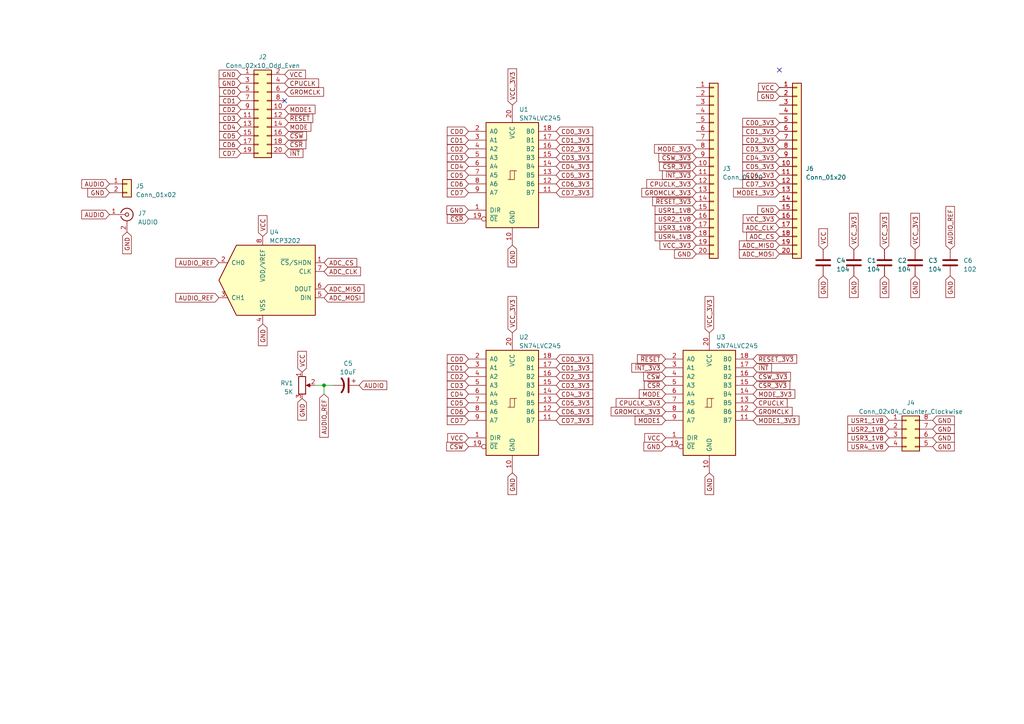
<source format=kicad_sch>
(kicad_sch (version 20230121) (generator eeschema)
  (paper "A4")
  (lib_symbols
    (symbol "Analog_ADC:MCP3202" (pin_names (offset 1.016))
      (property "Reference" "U" (at -6.35 11.43 0))
      (property "Value" "MCP3202" (at 11.43 11.43 0))
      (symbol "MCP3202_0_1"
        (polyline (pts (xy 15.24 10.16) (xy -7.62 10.16) (xy -12.7 0) (xy -7.62 -10.16) (xy 15.24 -10.16) (xy 15.24 10.16)) (stroke (width 0.254)) (fill (type background)))
      )
      (symbol "MCP3202_1_1"
        (pin input line (at 17.78 5.08 180) (length 2.54) (name "~{CS}/SHDN") (number "1"))
        (pin passive line (at -12.7 5.08 0) (length 2.54) (name "CH0") (number "2"))
        (pin passive line (at -12.7 -5.08 0) (length 2.54) (name "CH1") (number "3"))
        (pin power_in line (at 0 -12.7 90) (length 2.54) (name "VSS") (number "4"))
        (pin input line (at 17.78 -5.08 180) (length 2.54) (name "DIN") (number "5"))
        (pin output line (at 17.78 -2.54 180) (length 2.54) (name "DOUT") (number "6"))
        (pin input line (at 17.78 2.54 180) (length 2.54) (name "CLK") (number "7"))
        (pin power_in line (at 0 12.7 270) (length 2.54) (name "VDD/VREF") (number "8"))
      )
    )
    (symbol "Connector:Conn_Coaxial" (pin_names (offset 1.016) hide)
      (property "Reference" "J" (at 0.254 3.048 0))
      (property "Value" "Conn_Coaxial" (at 2.921 0 90))
      (symbol "Conn_Coaxial_0_1"
        (arc (start -1.778 -0.508) (mid 0.2311 -1.8066) (end 1.778 0) (stroke (width 0.254)))
        (polyline (pts (xy -2.54 0) (xy -0.508 0)))
        (polyline (pts (xy 0 -2.54) (xy 0 -1.778)))
        (circle (center 0 0) (radius 0.508) (stroke (width 0.2032)))
        (arc (start 1.778 0) (mid 0.2099 1.8101) (end -1.778 0.508) (stroke (width 0.254)))
      )
      (symbol "Conn_Coaxial_1_1"
        (pin passive line (at -5.08 0 0) (length 2.54) (name "In") (number "1"))
        (pin passive line (at 0 -5.08 90) (length 2.54) (name "Ext") (number "2"))
      )
    )
    (symbol "Connector_Generic:Conn_01x02" (pin_names (offset 1.016) hide)
      (property "Reference" "J" (at 0 2.54 0))
      (property "Value" "Conn_01x02" (at 0 -5.08 0))
      (symbol "Conn_01x02_1_1"
        (rectangle (start -1.27 -2.413) (end 0 -2.667) (stroke (width 0.1524)))
        (rectangle (start -1.27 0.127) (end 0 -0.127) (stroke (width 0.1524)))
        (rectangle (start -1.27 1.27) (end 1.27 -3.81) (stroke (width 0.254)) (fill (type background)))
        (pin passive line (at -5.08 0 0) (length 3.81) (name "Pin_1") (number "1"))
        (pin passive line (at -5.08 -2.54 0) (length 3.81) (name "Pin_2") (number "2"))
      )
    )
    (symbol "Connector_Generic:Conn_01x20" (pin_names (offset 1.016) hide)
      (property "Reference" "J" (at 0 25.4 0))
      (property "Value" "Conn_01x20" (at 0 -27.94 0))
      (symbol "Conn_01x20_1_1"
        (rectangle (start -1.27 -25.273) (end 0 -25.527) (stroke (width 0.1524)))
        (rectangle (start -1.27 -22.733) (end 0 -22.987) (stroke (width 0.1524)))
        (rectangle (start -1.27 -20.193) (end 0 -20.447) (stroke (width 0.1524)))
        (rectangle (start -1.27 -17.653) (end 0 -17.907) (stroke (width 0.1524)))
        (rectangle (start -1.27 -15.113) (end 0 -15.367) (stroke (width 0.1524)))
        (rectangle (start -1.27 -12.573) (end 0 -12.827) (stroke (width 0.1524)))
        (rectangle (start -1.27 -10.033) (end 0 -10.287) (stroke (width 0.1524)))
        (rectangle (start -1.27 -7.493) (end 0 -7.747) (stroke (width 0.1524)))
        (rectangle (start -1.27 -4.953) (end 0 -5.207) (stroke (width 0.1524)))
        (rectangle (start -1.27 -2.413) (end 0 -2.667) (stroke (width 0.1524)))
        (rectangle (start -1.27 0.127) (end 0 -0.127) (stroke (width 0.1524)))
        (rectangle (start -1.27 2.667) (end 0 2.413) (stroke (width 0.1524)))
        (rectangle (start -1.27 5.207) (end 0 4.953) (stroke (width 0.1524)))
        (rectangle (start -1.27 7.747) (end 0 7.493) (stroke (width 0.1524)))
        (rectangle (start -1.27 10.287) (end 0 10.033) (stroke (width 0.1524)))
        (rectangle (start -1.27 12.827) (end 0 12.573) (stroke (width 0.1524)))
        (rectangle (start -1.27 15.367) (end 0 15.113) (stroke (width 0.1524)))
        (rectangle (start -1.27 17.907) (end 0 17.653) (stroke (width 0.1524)))
        (rectangle (start -1.27 20.447) (end 0 20.193) (stroke (width 0.1524)))
        (rectangle (start -1.27 22.987) (end 0 22.733) (stroke (width 0.1524)))
        (rectangle (start -1.27 24.13) (end 1.27 -26.67) (stroke (width 0.254)) (fill (type background)))
        (pin passive line (at -5.08 22.86 0) (length 3.81) (name "Pin_1") (number "1"))
        (pin passive line (at -5.08 0 0) (length 3.81) (name "Pin_10") (number "10"))
        (pin passive line (at -5.08 -2.54 0) (length 3.81) (name "Pin_11") (number "11"))
        (pin passive line (at -5.08 -5.08 0) (length 3.81) (name "Pin_12") (number "12"))
        (pin passive line (at -5.08 -7.62 0) (length 3.81) (name "Pin_13") (number "13"))
        (pin passive line (at -5.08 -10.16 0) (length 3.81) (name "Pin_14") (number "14"))
        (pin passive line (at -5.08 -12.7 0) (length 3.81) (name "Pin_15") (number "15"))
        (pin passive line (at -5.08 -15.24 0) (length 3.81) (name "Pin_16") (number "16"))
        (pin passive line (at -5.08 -17.78 0) (length 3.81) (name "Pin_17") (number "17"))
        (pin passive line (at -5.08 -20.32 0) (length 3.81) (name "Pin_18") (number "18"))
        (pin passive line (at -5.08 -22.86 0) (length 3.81) (name "Pin_19") (number "19"))
        (pin passive line (at -5.08 20.32 0) (length 3.81) (name "Pin_2") (number "2"))
        (pin passive line (at -5.08 -25.4 0) (length 3.81) (name "Pin_20") (number "20"))
        (pin passive line (at -5.08 17.78 0) (length 3.81) (name "Pin_3") (number "3"))
        (pin passive line (at -5.08 15.24 0) (length 3.81) (name "Pin_4") (number "4"))
        (pin passive line (at -5.08 12.7 0) (length 3.81) (name "Pin_5") (number "5"))
        (pin passive line (at -5.08 10.16 0) (length 3.81) (name "Pin_6") (number "6"))
        (pin passive line (at -5.08 7.62 0) (length 3.81) (name "Pin_7") (number "7"))
        (pin passive line (at -5.08 5.08 0) (length 3.81) (name "Pin_8") (number "8"))
        (pin passive line (at -5.08 2.54 0) (length 3.81) (name "Pin_9") (number "9"))
      )
    )
    (symbol "Connector_Generic:Conn_02x04_Counter_Clockwise" (pin_names (offset 1.016) hide)
      (property "Reference" "J" (at 1.27 5.08 0))
      (property "Value" "Conn_02x04_Counter_Clockwise" (at 1.27 -7.62 0))
      (symbol "Conn_02x04_Counter_Clockwise_1_1"
        (rectangle (start -1.27 -4.953) (end 0 -5.207) (stroke (width 0.1524)))
        (rectangle (start -1.27 -2.413) (end 0 -2.667) (stroke (width 0.1524)))
        (rectangle (start -1.27 0.127) (end 0 -0.127) (stroke (width 0.1524)))
        (rectangle (start -1.27 2.667) (end 0 2.413) (stroke (width 0.1524)))
        (rectangle (start -1.27 3.81) (end 3.81 -6.35) (stroke (width 0.254)) (fill (type background)))
        (rectangle (start 3.81 -4.953) (end 2.54 -5.207) (stroke (width 0.1524)))
        (rectangle (start 3.81 -2.413) (end 2.54 -2.667) (stroke (width 0.1524)))
        (rectangle (start 3.81 0.127) (end 2.54 -0.127) (stroke (width 0.1524)))
        (rectangle (start 3.81 2.667) (end 2.54 2.413) (stroke (width 0.1524)))
        (pin passive line (at -5.08 2.54 0) (length 3.81) (name "Pin_1") (number "1"))
        (pin passive line (at -5.08 0 0) (length 3.81) (name "Pin_2") (number "2"))
        (pin passive line (at -5.08 -2.54 0) (length 3.81) (name "Pin_3") (number "3"))
        (pin passive line (at -5.08 -5.08 0) (length 3.81) (name "Pin_4") (number "4"))
        (pin passive line (at 7.62 -5.08 180) (length 3.81) (name "Pin_5") (number "5"))
        (pin passive line (at 7.62 -2.54 180) (length 3.81) (name "Pin_6") (number "6"))
        (pin passive line (at 7.62 0 180) (length 3.81) (name "Pin_7") (number "7"))
        (pin passive line (at 7.62 2.54 180) (length 3.81) (name "Pin_8") (number "8"))
      )
    )
    (symbol "Connector_Generic:Conn_02x10_Odd_Even" (pin_names (offset 1.016) hide)
      (property "Reference" "J" (at 1.27 12.7 0))
      (property "Value" "Conn_02x10_Odd_Even" (at 1.27 -15.24 0))
      (symbol "Conn_02x10_Odd_Even_1_1"
        (rectangle (start -1.27 -12.573) (end 0 -12.827) (stroke (width 0.1524)))
        (rectangle (start -1.27 -10.033) (end 0 -10.287) (stroke (width 0.1524)))
        (rectangle (start -1.27 -7.493) (end 0 -7.747) (stroke (width 0.1524)))
        (rectangle (start -1.27 -4.953) (end 0 -5.207) (stroke (width 0.1524)))
        (rectangle (start -1.27 -2.413) (end 0 -2.667) (stroke (width 0.1524)))
        (rectangle (start -1.27 0.127) (end 0 -0.127) (stroke (width 0.1524)))
        (rectangle (start -1.27 2.667) (end 0 2.413) (stroke (width 0.1524)))
        (rectangle (start -1.27 5.207) (end 0 4.953) (stroke (width 0.1524)))
        (rectangle (start -1.27 7.747) (end 0 7.493) (stroke (width 0.1524)))
        (rectangle (start -1.27 10.287) (end 0 10.033) (stroke (width 0.1524)))
        (rectangle (start -1.27 11.43) (end 3.81 -13.97) (stroke (width 0.254)) (fill (type background)))
        (rectangle (start 3.81 -12.573) (end 2.54 -12.827) (stroke (width 0.1524)))
        (rectangle (start 3.81 -10.033) (end 2.54 -10.287) (stroke (width 0.1524)))
        (rectangle (start 3.81 -7.493) (end 2.54 -7.747) (stroke (width 0.1524)))
        (rectangle (start 3.81 -4.953) (end 2.54 -5.207) (stroke (width 0.1524)))
        (rectangle (start 3.81 -2.413) (end 2.54 -2.667) (stroke (width 0.1524)))
        (rectangle (start 3.81 0.127) (end 2.54 -0.127) (stroke (width 0.1524)))
        (rectangle (start 3.81 2.667) (end 2.54 2.413) (stroke (width 0.1524)))
        (rectangle (start 3.81 5.207) (end 2.54 4.953) (stroke (width 0.1524)))
        (rectangle (start 3.81 7.747) (end 2.54 7.493) (stroke (width 0.1524)))
        (rectangle (start 3.81 10.287) (end 2.54 10.033) (stroke (width 0.1524)))
        (pin passive line (at -5.08 10.16 0) (length 3.81) (name "Pin_1") (number "1"))
        (pin passive line (at 7.62 0 180) (length 3.81) (name "Pin_10") (number "10"))
        (pin passive line (at -5.08 -2.54 0) (length 3.81) (name "Pin_11") (number "11"))
        (pin passive line (at 7.62 -2.54 180) (length 3.81) (name "Pin_12") (number "12"))
        (pin passive line (at -5.08 -5.08 0) (length 3.81) (name "Pin_13") (number "13"))
        (pin passive line (at 7.62 -5.08 180) (length 3.81) (name "Pin_14") (number "14"))
        (pin passive line (at -5.08 -7.62 0) (length 3.81) (name "Pin_15") (number "15"))
        (pin passive line (at 7.62 -7.62 180) (length 3.81) (name "Pin_16") (number "16"))
        (pin passive line (at -5.08 -10.16 0) (length 3.81) (name "Pin_17") (number "17"))
        (pin passive line (at 7.62 -10.16 180) (length 3.81) (name "Pin_18") (number "18"))
        (pin passive line (at -5.08 -12.7 0) (length 3.81) (name "Pin_19") (number "19"))
        (pin passive line (at 7.62 10.16 180) (length 3.81) (name "Pin_2") (number "2"))
        (pin passive line (at 7.62 -12.7 180) (length 3.81) (name "Pin_20") (number "20"))
        (pin passive line (at -5.08 7.62 0) (length 3.81) (name "Pin_3") (number "3"))
        (pin passive line (at 7.62 7.62 180) (length 3.81) (name "Pin_4") (number "4"))
        (pin passive line (at -5.08 5.08 0) (length 3.81) (name "Pin_5") (number "5"))
        (pin passive line (at 7.62 5.08 180) (length 3.81) (name "Pin_6") (number "6"))
        (pin passive line (at -5.08 2.54 0) (length 3.81) (name "Pin_7") (number "7"))
        (pin passive line (at 7.62 2.54 180) (length 3.81) (name "Pin_8") (number "8"))
        (pin passive line (at -5.08 0 0) (length 3.81) (name "Pin_9") (number "9"))
      )
    )
    (symbol "Device:C" (pin_numbers hide) (pin_names (offset 0.254))
      (property "Reference" "C" (at 0.635 2.54 0))
      (property "Value" "C" (at 0.635 -2.54 0))
      (symbol "C_0_1"
        (polyline (pts (xy -2.032 -0.762) (xy 2.032 -0.762)) (stroke (width 0.508)))
        (polyline (pts (xy -2.032 0.762) (xy 2.032 0.762)) (stroke (width 0.508)))
      )
      (symbol "C_1_1"
        (pin passive line (at 0 3.81 270) (length 2.794) (name "~") (number "1"))
        (pin passive line (at 0 -3.81 90) (length 2.794) (name "~") (number "2"))
      )
    )
    (symbol "Device:C_Polarized_US" (pin_numbers hide) (pin_names (offset 0.254) hide)
      (property "Reference" "C" (at 0.635 2.54 0))
      (property "Value" "C_Polarized_US" (at 0.635 -2.54 0))
      (symbol "C_Polarized_US_0_1"
        (polyline (pts (xy -2.032 0.762) (xy 2.032 0.762)) (stroke (width 0.508)))
        (polyline (pts (xy -1.778 2.286) (xy -0.762 2.286)))
        (polyline (pts (xy -1.27 1.778) (xy -1.27 2.794)))
        (arc (start 2.032 -1.27) (mid 0 -0.5572) (end -2.032 -1.27) (stroke (width 0.508)))
      )
      (symbol "C_Polarized_US_1_1"
        (pin passive line (at 0 3.81 270) (length 2.794) (name "~") (number "1"))
        (pin passive line (at 0 -3.81 90) (length 3.302) (name "~") (number "2"))
      )
    )
    (symbol "Device:R_Potentiometer" (pin_names (offset 1.016) hide)
      (property "Reference" "RV" (at -4.445 0 90))
      (property "Value" "R_Potentiometer" (at -2.54 0 90))
      (symbol "R_Potentiometer_0_1"
        (polyline (pts (xy 2.54 0) (xy 1.524 0)))
        (polyline (pts (xy 1.143 0) (xy 2.286 0.508) (xy 2.286 -0.508) (xy 1.143 0)) (fill (type outline)))
        (rectangle (start 1.016 2.54) (end -1.016 -2.54) (stroke (width 0.254)))
      )
      (symbol "R_Potentiometer_1_1"
        (pin passive line (at 0 3.81 270) (length 1.27) (name "1") (number "1"))
        (pin passive line (at 3.81 0 180) (length 1.27) (name "2") (number "2"))
        (pin passive line (at 0 -3.81 90) (length 1.27) (name "3") (number "3"))
      )
    )
    (symbol "tms9118a_sym:SN74LVC245" (pin_names (offset 1.016))
      (property "Reference" "U" (at -7.62 16.51 0))
      (property "Value" "SN74LVC245" (at 7.62 16.51 0))
      (symbol "SN74LVC245_1_0"
        (polyline (pts (xy -0.635 -1.27) (xy -0.635 1.27) (xy 0.635 1.27)))
        (polyline (pts (xy -1.27 -1.27) (xy 0.635 -1.27) (xy 0.635 1.27) (xy 1.27 1.27)))
        (pin input line (at -12.7 -10.16 0) (length 5.08) (name "DIR") (number "1"))
        (pin power_in line (at 0 -20.32 90) (length 5.08) (name "GND") (number "10"))
        (pin tri_state line (at 12.7 -5.08 180) (length 5.08) (name "B7") (number "11"))
        (pin tri_state line (at 12.7 -2.54 180) (length 5.08) (name "B6") (number "12"))
        (pin tri_state line (at 12.7 0 180) (length 5.08) (name "B5") (number "13"))
        (pin tri_state line (at 12.7 2.54 180) (length 5.08) (name "B4") (number "14"))
        (pin tri_state line (at 12.7 5.08 180) (length 5.08) (name "B3") (number "15"))
        (pin tri_state line (at 12.7 7.62 180) (length 5.08) (name "B2") (number "16"))
        (pin tri_state line (at 12.7 10.16 180) (length 5.08) (name "B1") (number "17"))
        (pin tri_state line (at 12.7 12.7 180) (length 5.08) (name "B0") (number "18"))
        (pin input inverted (at -12.7 -12.7 0) (length 5.08) (name "~{0E}") (number "19"))
        (pin tri_state line (at -12.7 12.7 0) (length 5.08) (name "A0") (number "2"))
        (pin power_in line (at 0 20.32 270) (length 5.08) (name "VCC") (number "20"))
        (pin tri_state line (at -12.7 10.16 0) (length 5.08) (name "A1") (number "3"))
        (pin tri_state line (at -12.7 7.62 0) (length 5.08) (name "A2") (number "4"))
        (pin tri_state line (at -12.7 5.08 0) (length 5.08) (name "A3") (number "5"))
        (pin tri_state line (at -12.7 2.54 0) (length 5.08) (name "A4") (number "6"))
        (pin tri_state line (at -12.7 0 0) (length 5.08) (name "A5") (number "7"))
        (pin tri_state line (at -12.7 -2.54 0) (length 5.08) (name "A6") (number "8"))
        (pin tri_state line (at -12.7 -5.08 0) (length 5.08) (name "A7") (number "9"))
      )
      (symbol "SN74LVC245_1_1"
        (rectangle (start -7.62 15.24) (end 7.62 -15.24) (stroke (width 0.254)) (fill (type background)))
      )
    )
  )
  (junction (at 93.98 111.76))
  (no_connect (at 82.55 29.21))
  (no_connect (at 226.06 20.32))
  (no_connect (at 49.53 -41.91))
  (wire (pts (xy 93.98 111.76) (xy 93.98 114.3)))
  (wire (pts (xy 96.52 111.76) (xy 93.98 111.76)))
  (wire (pts (xy 91.44 111.76) (xy 93.98 111.76)))
  (global_label "GND" (shape input) (at 270.51 127 0) (property "Intersheetrefs" "${INTERSHEET_REFS}" (effects hide)))
  (global_label "CD6" (shape input) (at 135.89 119.38 180) (property "Intersheetrefs" "${INTERSHEET_REFS}" (effects hide)))
  (global_label "CD5" (shape input) (at 135.89 116.84 180) (property "Intersheetrefs" "${INTERSHEET_REFS}" (effects hide)))
  (global_label "VCC" (shape input) (at 238.76 72.39 90) (property "Intersheetrefs" "${INTERSHEET_REFS}" (effects hide)))
  (global_label "CD7" (shape input) (at 135.89 55.88 180) (property "Intersheetrefs" "${INTERSHEET_REFS}" (effects hide)))
  (global_label "VCC_3V3" (shape input) (at 201.93 71.12 180) (property "Intersheetrefs" "${INTERSHEET_REFS}" (effects hide)))
  (global_label "CPUCLK_3V3" (shape input) (at 193.04 116.84 180) (property "Intersheetrefs" "${INTERSHEET_REFS}" (effects hide)))
  (global_label "ADC_MISO" (shape input) (at 226.06 71.12 180) (property "Intersheetrefs" "${INTERSHEET_REFS}" (effects hide)))
  (global_label "~{RESET_3V3}" (shape input) (at 201.93 58.42 180) (property "Intersheetrefs" "${INTERSHEET_REFS}" (effects hide)))
  (global_label "AUDIO_REF" (shape input) (at 275.59 72.39 90) (property "Intersheetrefs" "${INTERSHEET_REFS}" (effects hide)))
  (global_label "GND" (shape input) (at 148.59 137.16 270) (property "Intersheetrefs" "${INTERSHEET_REFS}" (effects hide)))
  (global_label "GND" (shape input) (at 69.85 24.13 180) (property "Intersheetrefs" "${INTERSHEET_REFS}" (effects hide)))
  (global_label "VCC_3V3" (shape input) (at 148.59 96.52 90) (property "Intersheetrefs" "${INTERSHEET_REFS}" (effects hide)))
  (global_label "VCC" (shape input) (at 76.2 68.58 90) (property "Intersheetrefs" "${INTERSHEET_REFS}" (effects hide)))
  (global_label "CD6_3V3" (shape input) (at 161.29 53.34 0) (property "Intersheetrefs" "${INTERSHEET_REFS}" (effects hide)))
  (global_label "AUDIO_REF" (shape input) (at 63.5 76.2 180) (property "Intersheetrefs" "${INTERSHEET_REFS}" (effects hide)))
  (global_label "ADC_MISO" (shape input) (at 93.98 83.82 0) (property "Intersheetrefs" "${INTERSHEET_REFS}" (effects hide)))
  (global_label "GND" (shape input) (at 31.75 55.88 180) (property "Intersheetrefs" "${INTERSHEET_REFS}" (effects hide)))
  (global_label "GROMCLK_3V3" (shape input) (at 201.93 55.88 180) (property "Intersheetrefs" "${INTERSHEET_REFS}" (effects hide)))
  (global_label "VCC_3V3" (shape input) (at 226.06 63.5 180) (property "Intersheetrefs" "${INTERSHEET_REFS}" (effects hide)))
  (global_label "GND" (shape input) (at 193.04 129.54 180) (property "Intersheetrefs" "${INTERSHEET_REFS}" (effects hide)))
  (global_label "MODE1" (shape input) (at 82.55 31.75 0) (property "Intersheetrefs" "${INTERSHEET_REFS}" (effects hide)))
  (global_label "~{CSR}" (shape input) (at 193.04 111.76 180) (property "Intersheetrefs" "${INTERSHEET_REFS}" (effects hide)))
  (global_label "GND" (shape input) (at 148.59 71.12 270) (property "Intersheetrefs" "${INTERSHEET_REFS}" (effects hide)))
  (global_label "CD1" (shape input) (at 69.85 29.21 180) (property "Intersheetrefs" "${INTERSHEET_REFS}" (effects hide)))
  (global_label "CD7_3V3" (shape input) (at 226.06 53.34 180) (property "Intersheetrefs" "${INTERSHEET_REFS}" (effects hide)))
  (global_label "ADC_MOSI" (shape input) (at 226.06 73.66 180) (property "Intersheetrefs" "${INTERSHEET_REFS}" (effects hide)))
  (global_label "~{CSR}" (shape input) (at 82.55 41.91 0) (property "Intersheetrefs" "${INTERSHEET_REFS}" (effects hide)))
  (global_label "CD4" (shape input) (at 135.89 48.26 180) (property "Intersheetrefs" "${INTERSHEET_REFS}" (effects hide)))
  (global_label "MODE" (shape input) (at 82.55 36.83 0) (property "Intersheetrefs" "${INTERSHEET_REFS}" (effects hide)))
  (global_label "ADC_MOSI" (shape input) (at 93.98 86.36 0) (property "Intersheetrefs" "${INTERSHEET_REFS}" (effects hide)))
  (global_label "GROMCLK" (shape input) (at 218.44 119.38 0) (property "Intersheetrefs" "${INTERSHEET_REFS}" (effects hide)))
  (global_label "CD2" (shape input) (at 135.89 43.18 180) (property "Intersheetrefs" "${INTERSHEET_REFS}" (effects hide)))
  (global_label "VCC_3V3" (shape input) (at 256.54 72.39 90) (property "Intersheetrefs" "${INTERSHEET_REFS}" (effects hide)))
  (global_label "GND" (shape input) (at 256.54 80.01 270) (property "Intersheetrefs" "${INTERSHEET_REFS}" (effects hide)))
  (global_label "VCC" (shape input) (at 87.63 107.95 90) (property "Intersheetrefs" "${INTERSHEET_REFS}" (effects hide)))
  (global_label "CD0_3V3" (shape input) (at 226.06 35.56 180) (property "Intersheetrefs" "${INTERSHEET_REFS}" (effects hide)))
  (global_label "USR1_1V8" (shape input) (at 257.81 121.92 180) (property "Intersheetrefs" "${INTERSHEET_REFS}" (effects hide)))
  (global_label "~{CSR}" (shape input) (at 135.89 63.5 180) (property "Intersheetrefs" "${INTERSHEET_REFS}" (effects hide)))
  (global_label "VCC_3V3" (shape input) (at 148.59 30.48 90) (property "Intersheetrefs" "${INTERSHEET_REFS}" (effects hide)))
  (global_label "CPUCLK_3V3" (shape input) (at 201.93 53.34 180) (property "Intersheetrefs" "${INTERSHEET_REFS}" (effects hide)))
  (global_label "VCC" (shape input) (at 226.06 25.4 180) (property "Intersheetrefs" "${INTERSHEET_REFS}" (effects hide)))
  (global_label "USR2_1V8" (shape input) (at 257.81 124.46 180) (property "Intersheetrefs" "${INTERSHEET_REFS}" (effects hide)))
  (global_label "CD1_3V3" (shape input) (at 161.29 106.68 0) (property "Intersheetrefs" "${INTERSHEET_REFS}" (effects hide)))
  (global_label "AUDIO_REF" (shape input) (at 63.5 86.36 180) (property "Intersheetrefs" "${INTERSHEET_REFS}" (effects hide)))
  (global_label "CD0_3V3" (shape input) (at 161.29 104.14 0) (property "Intersheetrefs" "${INTERSHEET_REFS}" (effects hide)))
  (global_label "~{INT}" (shape input) (at 82.55 44.45 0) (property "Intersheetrefs" "${INTERSHEET_REFS}" (effects hide)))
  (global_label "CPUCLK" (shape input) (at 82.55 24.13 0) (property "Intersheetrefs" "${INTERSHEET_REFS}" (effects hide)))
  (global_label "AUDIO_REF" (shape input) (at 93.98 114.3 270) (property "Intersheetrefs" "${INTERSHEET_REFS}" (effects hide)))
  (global_label "CD5" (shape input) (at 69.85 39.37 180) (property "Intersheetrefs" "${INTERSHEET_REFS}" (effects hide)))
  (global_label "CD0" (shape input) (at 135.89 38.1 180) (property "Intersheetrefs" "${INTERSHEET_REFS}" (effects hide)))
  (global_label "~{CSR_3V3}" (shape input) (at 201.93 48.26 180) (property "Intersheetrefs" "${INTERSHEET_REFS}" (effects hide)))
  (global_label "~{CSW}" (shape input) (at 135.89 129.54 180) (property "Intersheetrefs" "${INTERSHEET_REFS}" (effects hide)))
  (global_label "CD0" (shape input) (at 69.85 26.67 180) (property "Intersheetrefs" "${INTERSHEET_REFS}" (effects hide)))
  (global_label "CD3" (shape input) (at 135.89 111.76 180) (property "Intersheetrefs" "${INTERSHEET_REFS}" (effects hide)))
  (global_label "VCC_3V3" (shape input) (at 247.65 72.39 90) (property "Intersheetrefs" "${INTERSHEET_REFS}" (effects hide)))
  (global_label "GND" (shape input) (at 205.74 137.16 270) (property "Intersheetrefs" "${INTERSHEET_REFS}" (effects hide)))
  (global_label "GND" (shape input) (at 226.06 60.96 180) (property "Intersheetrefs" "${INTERSHEET_REFS}" (effects hide)))
  (global_label "GND" (shape input) (at 247.65 80.01 270) (property "Intersheetrefs" "${INTERSHEET_REFS}" (effects hide)))
  (global_label "CD3_3V3" (shape input) (at 226.06 43.18 180) (property "Intersheetrefs" "${INTERSHEET_REFS}" (effects hide)))
  (global_label "GROMCLK" (shape input) (at 82.55 26.67 0) (property "Intersheetrefs" "${INTERSHEET_REFS}" (effects hide)))
  (global_label "CD2" (shape input) (at 69.85 31.75 180) (property "Intersheetrefs" "${INTERSHEET_REFS}" (effects hide)))
  (global_label "CD0" (shape input) (at 135.89 104.14 180) (property "Intersheetrefs" "${INTERSHEET_REFS}" (effects hide)))
  (global_label "CD3_3V3" (shape input) (at 161.29 45.72 0) (property "Intersheetrefs" "${INTERSHEET_REFS}" (effects hide)))
  (global_label "ADC_CLK" (shape input) (at 226.06 66.04 180) (property "Intersheetrefs" "${INTERSHEET_REFS}" (effects hide)))
  (global_label "GND" (shape input) (at 201.93 73.66 180) (property "Intersheetrefs" "${INTERSHEET_REFS}" (effects hide)))
  (global_label "VCC" (shape input) (at 193.04 127 180) (property "Intersheetrefs" "${INTERSHEET_REFS}" (effects hide)))
  (global_label "AUDIO" (shape input) (at 31.75 62.23 180) (property "Intersheetrefs" "${INTERSHEET_REFS}" (effects hide)))
  (global_label "GND" (shape input) (at 238.76 80.01 270) (property "Intersheetrefs" "${INTERSHEET_REFS}" (effects hide)))
  (global_label "GND" (shape input) (at 265.43 80.01 270) (property "Intersheetrefs" "${INTERSHEET_REFS}" (effects hide)))
  (global_label "CD3" (shape input) (at 135.89 45.72 180) (property "Intersheetrefs" "${INTERSHEET_REFS}" (effects hide)))
  (global_label "CD7" (shape input) (at 135.89 121.92 180) (property "Intersheetrefs" "${INTERSHEET_REFS}" (effects hide)))
  (global_label "GND" (shape input) (at 226.06 27.94 180) (property "Intersheetrefs" "${INTERSHEET_REFS}" (effects hide)))
  (global_label "~{INT}" (shape input) (at 218.44 106.68 0) (property "Intersheetrefs" "${INTERSHEET_REFS}" (effects hide)))
  (global_label "USR3_1V8" (shape input) (at 201.93 66.04 180) (property "Intersheetrefs" "${INTERSHEET_REFS}" (effects hide)))
  (global_label "~{CSW}" (shape input) (at 82.55 39.37 0) (property "Intersheetrefs" "${INTERSHEET_REFS}" (effects hide)))
  (global_label "CD5" (shape input) (at 135.89 50.8 180) (property "Intersheetrefs" "${INTERSHEET_REFS}" (effects hide)))
  (global_label "CD4" (shape input) (at 135.89 114.3 180) (property "Intersheetrefs" "${INTERSHEET_REFS}" (effects hide)))
  (global_label "MODE1_3V3" (shape input) (at 218.44 121.92 0) (property "Intersheetrefs" "${INTERSHEET_REFS}" (effects hide)))
  (global_label "VCC" (shape input) (at 135.89 127 180) (property "Intersheetrefs" "${INTERSHEET_REFS}" (effects hide)))
  (global_label "CD1_3V3" (shape input) (at 161.29 40.64 0) (property "Intersheetrefs" "${INTERSHEET_REFS}" (effects hide)))
  (global_label "CD4_3V3" (shape input) (at 161.29 114.3 0) (property "Intersheetrefs" "${INTERSHEET_REFS}" (effects hide)))
  (global_label "USR3_1V8" (shape input) (at 257.81 127 180) (property "Intersheetrefs" "${INTERSHEET_REFS}" (effects hide)))
  (global_label "CD3_3V3" (shape input) (at 161.29 111.76 0) (property "Intersheetrefs" "${INTERSHEET_REFS}" (effects hide)))
  (global_label "AUDIO" (shape input) (at 104.14 111.76 0) (property "Intersheetrefs" "${INTERSHEET_REFS}" (effects hide)))
  (global_label "CD2" (shape input) (at 135.89 109.22 180) (property "Intersheetrefs" "${INTERSHEET_REFS}" (effects hide)))
  (global_label "VCC_3V3" (shape input) (at 205.74 96.52 90) (property "Intersheetrefs" "${INTERSHEET_REFS}" (effects hide)))
  (global_label "CD1_3V3" (shape input) (at 226.06 38.1 180) (property "Intersheetrefs" "${INTERSHEET_REFS}" (effects hide)))
  (global_label "GND" (shape input) (at 275.59 80.01 270) (property "Intersheetrefs" "${INTERSHEET_REFS}" (effects hide)))
  (global_label "CD7" (shape input) (at 69.85 44.45 180) (property "Intersheetrefs" "${INTERSHEET_REFS}" (effects hide)))
  (global_label "GROMCLK_3V3" (shape input) (at 193.04 119.38 180) (property "Intersheetrefs" "${INTERSHEET_REFS}" (effects hide)))
  (global_label "CD0_3V3" (shape input) (at 161.29 38.1 0) (property "Intersheetrefs" "${INTERSHEET_REFS}" (effects hide)))
  (global_label "CD5_3V3" (shape input) (at 161.29 50.8 0) (property "Intersheetrefs" "${INTERSHEET_REFS}" (effects hide)))
  (global_label "CD6_3V3" (shape input) (at 161.29 119.38 0) (property "Intersheetrefs" "${INTERSHEET_REFS}" (effects hide)))
  (global_label "USR4_1V8" (shape input) (at 201.93 68.58 180) (property "Intersheetrefs" "${INTERSHEET_REFS}" (effects hide)))
  (global_label "ADC_CS" (shape input) (at 93.98 76.2 0) (property "Intersheetrefs" "${INTERSHEET_REFS}" (effects hide)))
  (global_label "GND" (shape input) (at 135.89 60.96 180) (property "Intersheetrefs" "${INTERSHEET_REFS}" (effects hide)))
  (global_label "MODE_3V3" (shape input) (at 201.93 43.18 180) (property "Intersheetrefs" "${INTERSHEET_REFS}" (effects hide)))
  (global_label "CD7_3V3" (shape input) (at 161.29 121.92 0) (property "Intersheetrefs" "${INTERSHEET_REFS}" (effects hide)))
  (global_label "~{RESET}" (shape input) (at 82.55 34.29 0) (property "Intersheetrefs" "${INTERSHEET_REFS}" (effects hide)))
  (global_label "GND" (shape input) (at 76.2 93.98 270) (property "Intersheetrefs" "${INTERSHEET_REFS}" (effects hide)))
  (global_label "ADC_CS" (shape input) (at 226.06 68.58 180) (property "Intersheetrefs" "${INTERSHEET_REFS}" (effects hide)))
  (global_label "GND" (shape input) (at 36.83 67.31 270) (property "Intersheetrefs" "${INTERSHEET_REFS}" (effects hide)))
  (global_label "CD4" (shape input) (at 69.85 36.83 180) (property "Intersheetrefs" "${INTERSHEET_REFS}" (effects hide)))
  (global_label "CD6" (shape input) (at 69.85 41.91 180) (property "Intersheetrefs" "${INTERSHEET_REFS}" (effects hide)))
  (global_label "~{RESET}" (shape input) (at 193.04 104.14 180) (property "Intersheetrefs" "${INTERSHEET_REFS}" (effects hide)))
  (global_label "GND" (shape input) (at 270.51 129.54 0) (property "Intersheetrefs" "${INTERSHEET_REFS}" (effects hide)))
  (global_label "CD6" (shape input) (at 135.89 53.34 180) (property "Intersheetrefs" "${INTERSHEET_REFS}" (effects hide)))
  (global_label "CD4_3V3" (shape input) (at 226.06 45.72 180) (property "Intersheetrefs" "${INTERSHEET_REFS}" (effects hide)))
  (global_label "~{CSW}" (shape input) (at 193.04 109.22 180) (property "Intersheetrefs" "${INTERSHEET_REFS}" (effects hide)))
  (global_label "CD3" (shape input) (at 69.85 34.29 180) (property "Intersheetrefs" "${INTERSHEET_REFS}" (effects hide)))
  (global_label "VCC_3V3" (shape input) (at 265.43 72.39 90) (property "Intersheetrefs" "${INTERSHEET_REFS}" (effects hide)))
  (global_label "CD2_3V3" (shape input) (at 161.29 43.18 0) (property "Intersheetrefs" "${INTERSHEET_REFS}" (effects hide)))
  (global_label "GND" (shape input) (at 87.63 115.57 270) (property "Intersheetrefs" "${INTERSHEET_REFS}" (effects hide)))
  (global_label "CD1" (shape input) (at 135.89 106.68 180) (property "Intersheetrefs" "${INTERSHEET_REFS}" (effects hide)))
  (global_label "USR1_1V8" (shape input) (at 201.93 60.96 180) (property "Intersheetrefs" "${INTERSHEET_REFS}" (effects hide)))
  (global_label "CD1" (shape input) (at 135.89 40.64 180) (property "Intersheetrefs" "${INTERSHEET_REFS}" (effects hide)))
  (global_label "MODE1" (shape input) (at 193.04 121.92 180) (property "Intersheetrefs" "${INTERSHEET_REFS}" (effects hide)))
  (global_label "~{CSW_3V3}" (shape input) (at 201.93 45.72 180) (property "Intersheetrefs" "${INTERSHEET_REFS}" (effects hide)))
  (global_label "CD7_3V3" (shape input) (at 161.29 55.88 0) (property "Intersheetrefs" "${INTERSHEET_REFS}" (effects hide)))
  (global_label "MODE" (shape input) (at 193.04 114.3 180) (property "Intersheetrefs" "${INTERSHEET_REFS}" (effects hide)))
  (global_label "CD4_3V3" (shape input) (at 161.29 48.26 0) (property "Intersheetrefs" "${INTERSHEET_REFS}" (effects hide)))
  (global_label "CD5_3V3" (shape input) (at 161.29 116.84 0) (property "Intersheetrefs" "${INTERSHEET_REFS}" (effects hide)))
  (global_label "CD2_3V3" (shape input) (at 226.06 40.64 180) (property "Intersheetrefs" "${INTERSHEET_REFS}" (effects hide)))
  (global_label "USR4_1V8" (shape input) (at 257.81 129.54 180) (property "Intersheetrefs" "${INTERSHEET_REFS}" (effects hide)))
  (global_label "MODE1_3V3" (shape input) (at 226.06 55.88 180) (property "Intersheetrefs" "${INTERSHEET_REFS}" (effects hide)))
  (global_label "CD6_3V3" (shape input) (at 226.06 50.8 180) (property "Intersheetrefs" "${INTERSHEET_REFS}" (effects hide)))
  (global_label "VCC" (shape input) (at 82.55 21.59 0) (property "Intersheetrefs" "${INTERSHEET_REFS}" (effects hide)))
  (global_label "CPUCLK" (shape input) (at 218.44 116.84 0) (property "Intersheetrefs" "${INTERSHEET_REFS}" (effects hide)))
  (global_label "GND" (shape input) (at 270.51 124.46 0) (property "Intersheetrefs" "${INTERSHEET_REFS}" (effects hide)))
  (global_label "AUDIO" (shape input) (at 31.75 53.34 180) (property "Intersheetrefs" "${INTERSHEET_REFS}" (effects hide)))
  (global_label "USR2_1V8" (shape input) (at 201.93 63.5 180) (property "Intersheetrefs" "${INTERSHEET_REFS}" (effects hide)))
  (global_label "MODE_3V3" (shape input) (at 218.44 114.3 0) (property "Intersheetrefs" "${INTERSHEET_REFS}" (effects hide)))
  (global_label "CD5_3V3" (shape input) (at 226.06 48.26 180) (property "Intersheetrefs" "${INTERSHEET_REFS}" (effects hide)))
  (global_label "~{CSW_3V3}" (shape input) (at 218.44 109.22 0) (property "Intersheetrefs" "${INTERSHEET_REFS}" (effects hide)))
  (global_label "GND" (shape input) (at 270.51 121.92 0) (property "Intersheetrefs" "${INTERSHEET_REFS}" (effects hide)))
  (global_label "~{INT_3V3}" (shape input) (at 193.04 106.68 180) (property "Intersheetrefs" "${INTERSHEET_REFS}" (effects hide)))
  (global_label "~{CSR_3V3}" (shape input) (at 218.44 111.76 0) (property "Intersheetrefs" "${INTERSHEET_REFS}" (effects hide)))
  (global_label "GND" (shape input) (at 69.85 21.59 180) (property "Intersheetrefs" "${INTERSHEET_REFS}" (effects hide)))
  (global_label "~{RESET_3V3}" (shape input) (at 218.44 104.14 0) (property "Intersheetrefs" "${INTERSHEET_REFS}" (effects hide)))
  (global_label "ADC_CLK" (shape input) (at 93.98 78.74 0) (property "Intersheetrefs" "${INTERSHEET_REFS}" (effects hide)))
  (global_label "CD2_3V3" (shape input) (at 161.29 109.22 0) (property "Intersheetrefs" "${INTERSHEET_REFS}" (effects hide)))
  (global_label "~{INT_3V3}" (shape input) (at 201.93 50.8 180) (property "Intersheetrefs" "${INTERSHEET_REFS}" (effects hide)))
  (symbol (lib_id "Analog_ADC:MCP3202") (at 76.2 81.28 0) (unit 1)
    (property "Reference" "U4" (at 78.1559 67.31 0) (effects (justify left)))
    (property "Value" "MCP3202" (at 78.1559 69.85 0) (effects (justify left)))
    (property "Footprint" "Package_DIP:DIP-8_W7.62mm_LongPads" (effects hide))
    (property "Datasheet" "http://ww1.microchip.com/downloads/en/DeviceDoc/21034D.pdf" (effects hide))
  )
  (symbol (lib_id "tms9118a_sym:SN74LVC245") (at 205.74 116.84 0) (unit 1)
    (property "Reference" "U3" (at 207.6959 97.79 0) (effects (justify left)))
    (property "Value" "SN74LVC245" (at 207.6959 100.33 0) (effects (justify left)))
    (property "Footprint" "Package_DIP:DIP-20_W7.62mm_Socket_LongPads" (effects hide))
  )
  (symbol (lib_id "Connector_Generic:Conn_01x20") (at 207.01 48.26 0) (unit 1)
    (property "Reference" "J3" (at 209.55 48.895 0) (effects (justify left)))
    (property "Value" "Conn_01x20" (at 209.55 51.435 0) (effects (justify left)))
    (property "Footprint" "Connector_PinHeader_2.54mm:PinHeader_1x20_P2.54mm_Vertical" (effects hide))
  )
  (symbol (lib_id "Connector:Conn_Coaxial") (at 36.83 62.23 0) (unit 1)
    (property "Reference" "J7" (at 40.005 61.8882 0) (effects (justify left)))
    (property "Value" "AUDIO" (at 40.005 64.4282 0) (effects (justify left)))
    (property "Footprint" "Connector_BarrelJack:BarrelJack_CUI_PJ-063AH_Horizontal_CircularHoles" (effects hide))
    (property "Datasheet" " ~" (effects hide))
  )
  (symbol (lib_id "Connector_Generic:Conn_02x10_Odd_Even") (at 74.93 31.75 0) (unit 1)
    (property "Reference" "J2" (at 76.2 16.51 0))
    (property "Value" "Conn_02x10_Odd_Even" (at 76.2 19.05 0))
    (property "Footprint" "Connector_PinHeader_2.54mm:PinHeader_2x10_P2.54mm_Vertical" (effects hide))
  )
  (symbol (lib_id "Device:C_Polarized_US") (at 100.33 111.76 270) (unit 1)
    (property "Reference" "C5" (at 100.965 105.41 90))
    (property "Value" "10uF" (at 100.965 107.95 90))
    (property "Footprint" "Capacitor_THT:CP_Radial_D5.0mm_P2.50mm" (effects hide))
  )
  (symbol (lib_id "Device:C") (at 275.59 76.2 0) (unit 1)
    (property "Reference" "C6" (at 279.4 75.565 0) (effects (justify left)))
    (property "Value" "102" (at 279.4 78.105 0) (effects (justify left)))
    (property "Footprint" "Capacitor_THT:C_Disc_D5.0mm_W2.5mm_P2.50mm" (effects hide))
  )
  (symbol (lib_id "tms9118a_sym:SN74LVC245") (at 148.59 50.8 0) (unit 1)
    (property "Reference" "U1" (at 150.5459 31.75 0) (effects (justify left)))
    (property "Value" "SN74LVC245" (at 150.5459 34.29 0) (effects (justify left)))
    (property "Footprint" "Package_DIP:DIP-20_W7.62mm_Socket_LongPads" (effects hide))
  )
  (symbol (lib_id "Device:R_Potentiometer") (at 87.63 111.76 0) (unit 1)
    (property "Reference" "RV1" (at 85.09 111.125 0) (effects (justify right)))
    (property "Value" "5K" (at 85.09 113.665 0) (effects (justify right)))
    (property "Footprint" "Potentiometer_THT:Potentiometer_Piher_PT-6-V_Vertical" (effects hide))
  )
  (symbol (lib_id "Connector_Generic:Conn_01x02") (at 36.83 53.34 0) (unit 1)
    (property "Reference" "J5" (at 39.37 53.975 0) (effects (justify left)))
    (property "Value" "Conn_01x02" (at 39.37 56.515 0) (effects (justify left)))
    (property "Footprint" "Connector_PinHeader_2.54mm:PinHeader_1x02_P2.54mm_Horizontal" (effects hide))
  )
  (symbol (lib_id "Device:C") (at 247.65 76.2 0) (unit 1)
    (property "Reference" "C1" (at 251.46 75.565 0) (effects (justify left)))
    (property "Value" "104" (at 251.46 78.105 0) (effects (justify left)))
    (property "Footprint" "Capacitor_THT:C_Disc_D5.0mm_W2.5mm_P2.50mm" (effects hide))
  )
  (symbol (lib_id "Connector_Generic:Conn_02x04_Counter_Clockwise") (at 262.89 124.46 0) (unit 1)
    (property "Reference" "J4" (at 264.16 116.84 0))
    (property "Value" "Conn_02x04_Counter_Clockwise" (at 264.16 119.38 0))
    (property "Footprint" "Button_Switch_THT:SW_DIP_SPSTx04_Slide_6.7x11.72mm_W7.62mm_P2.54mm_LowProfile" (effects hide))
  )
  (symbol (lib_id "tms9118a_sym:SN74LVC245") (at 148.59 116.84 0) (unit 1)
    (property "Reference" "U2" (at 150.5459 97.79 0) (effects (justify left)))
    (property "Value" "SN74LVC245" (at 150.5459 100.33 0) (effects (justify left)))
    (property "Footprint" "Package_DIP:DIP-20_W7.62mm_Socket_LongPads" (effects hide))
  )
  (symbol (lib_id "Device:C") (at 256.54 76.2 0) (unit 1)
    (property "Reference" "C2" (at 260.35 75.565 0) (effects (justify left)))
    (property "Value" "104" (at 260.35 78.105 0) (effects (justify left)))
    (property "Footprint" "Capacitor_THT:C_Disc_D5.0mm_W2.5mm_P2.50mm" (effects hide))
  )
  (symbol (lib_id "Device:C") (at 265.43 76.2 0) (unit 1)
    (property "Reference" "C3" (at 269.24 75.565 0) (effects (justify left)))
    (property "Value" "104" (at 269.24 78.105 0) (effects (justify left)))
    (property "Footprint" "Capacitor_THT:C_Disc_D5.0mm_W2.5mm_P2.50mm" (effects hide))
  )
  (symbol (lib_id "Connector_Generic:Conn_01x20") (at 231.14 48.26 0) (unit 1)
    (property "Reference" "J6" (at 233.68 48.895 0) (effects (justify left)))
    (property "Value" "Conn_01x20" (at 233.68 51.435 0) (effects (justify left)))
    (property "Footprint" "Connector_PinHeader_2.54mm:PinHeader_1x20_P2.54mm_Vertical" (effects hide))
  )
  (symbol (lib_id "Device:C") (at 238.76 76.2 0) (unit 1)
    (property "Reference" "C4" (at 242.57 75.565 0) (effects (justify left)))
    (property "Value" "104" (at 242.57 78.105 0) (effects (justify left)))
    (property "Footprint" "Capacitor_THT:C_Disc_D5.0mm_W2.5mm_P2.50mm" (effects hide))
  )
)
</source>
